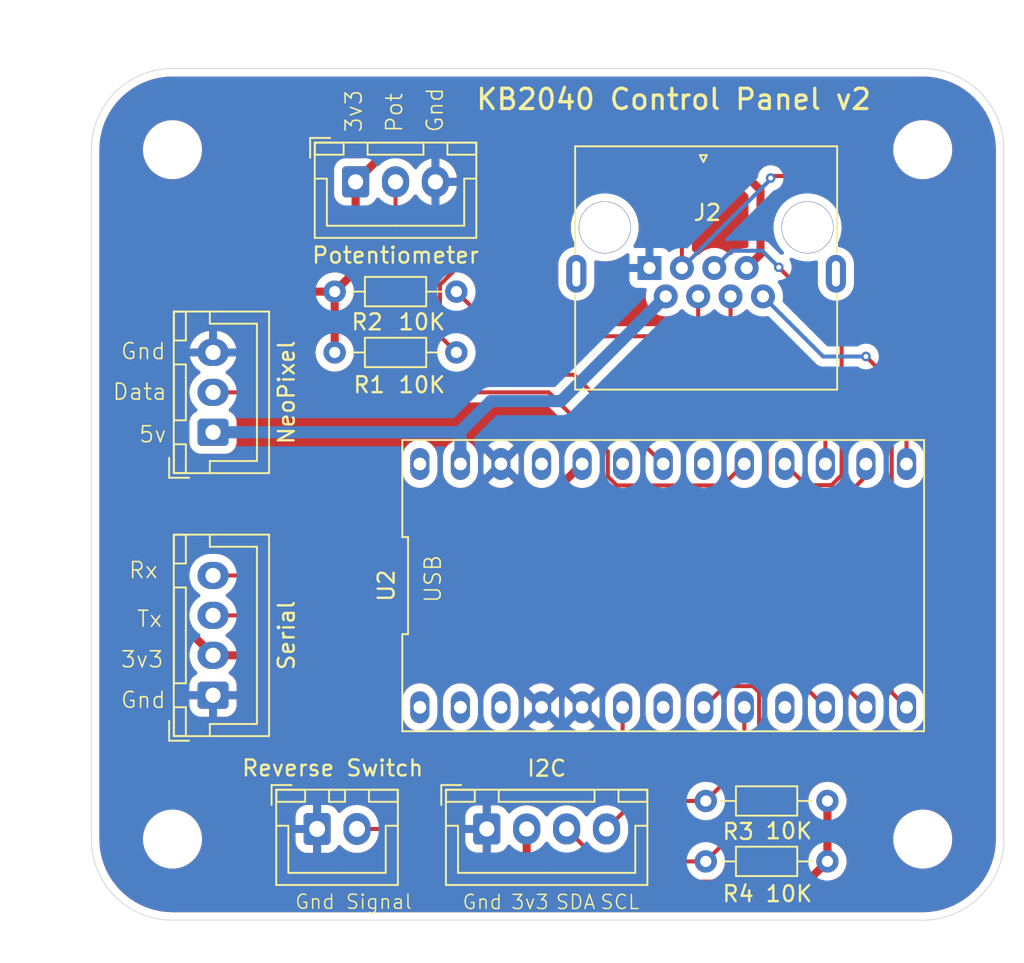
<source format=kicad_pcb>
(kicad_pcb (version 20240108) (generator "pcbnew") (generator_version "8.0")
  (layers (0 "F.Cu" signal) (31 "B.Cu" signal) (34 "B.Paste" user) (35 "F.Paste" user) (36 "B.SilkS" user "B.Silkscreen") (37 "F.SilkS" user "F.Silkscreen") (38 "B.Mask" user) (39 "F.Mask" user) (44 "Edge.Cuts" user))
  (net 0 "")
  (net 1 "Distance_Pot")
  (net 2 "GND")
  (net 3 "+3V3")
  (net 4 "+5V")
  (net 5 "JoyX")
  (net 6 "TX")
  (net 7 "RX")
  (net 8 "SCL")
  (net 9 "SDA")
  (net 10 "NeoPixel_Data")
  (net 11 "Sound1")
  (net 12 "ActiveSignal")
  (net 13 "JoyY")
  (net 14 "Sound2")
  (net 21 "REVERSE_SWITCH")
  (footprint "Connector_JST:JST_XH_B3B-XH-A_1x03_P2.50mm_Vertical" (layer "F.Cu") (at 143.51 93.9 90)
    (property "Reference" "J3" (hide yes))
    (property "Value" "NeoPixel" (at 2.5 4.6 90) (layer "F.SilkS"))
    (fp_line (start -1.6 -2.75) (end -2.85 -2.75) (stroke (width 0.12)) (layer "F.SilkS"))
    (fp_line (start -2.85 -2.75) (end -2.85 -1.5) (stroke (width 0.12)) (layer "F.SilkS"))
    (fp_line (start 7.56 -2.46) (end -2.56 -2.46) (stroke (width 0.12)) (layer "F.SilkS"))
    (fp_line (start -2.56 -2.46) (end -2.56 3.51) (stroke (width 0.12)) (layer "F.SilkS"))
    (fp_line (start 7.55 -2.45) (end 5.75 -2.45) (stroke (width 0.12)) (layer "F.SilkS"))
    (fp_line (start 5.75 -2.45) (end 5.75 -1.7) (stroke (width 0.12)) (layer "F.SilkS"))
    (fp_line (start 4.25 -2.45) (end 0.75 -2.45) (stroke (width 0.12)) (layer "F.SilkS"))
    (fp_line (start 0.75 -2.45) (end 0.75 -1.7) (stroke (width 0.12)) (layer "F.SilkS"))
    (fp_line (start -0.75 -2.45) (end -2.55 -2.45) (stroke (width 0.12)) (layer "F.SilkS"))
    (fp_line (start -2.55 -2.45) (end -2.55 -1.7) (stroke (width 0.12)) (layer "F.SilkS"))
    (fp_line (start 7.55 -1.7) (end 7.55 -2.45) (stroke (width 0.12)) (layer "F.SilkS"))
    (fp_line (start 5.75 -1.7) (end 7.55 -1.7) (stroke (width 0.12)) (layer "F.SilkS"))
    (fp_line (start 4.25 -1.7) (end 4.25 -2.45) (stroke (width 0.12)) (layer "F.SilkS"))
    (fp_line (start 0.75 -1.7) (end 4.25 -1.7) (stroke (width 0.12)) (layer "F.SilkS"))
    (fp_line (start -0.75 -1.7) (end -0.75 -2.45) (stroke (width 0.12)) (layer "F.SilkS"))
    (fp_line (start -2.55 -1.7) (end -0.75 -1.7) (stroke (width 0.12)) (layer "F.SilkS"))
    (fp_line (start 7.55 -0.2) (end 6.8 -0.2) (stroke (width 0.12)) (layer "F.SilkS"))
    (fp_line (start 6.8 -0.2) (end 6.8 2.75) (stroke (width 0.12)) (layer "F.SilkS"))
    (fp_line (start -1.8 -0.2) (end -1.8 2.75) (stroke (width 0.12)) (layer "F.SilkS"))
    (fp_line (start -2.55 -0.2) (end -1.8 -0.2) (stroke (width 0.12)) (layer "F.SilkS"))
    (fp_line (start 6.8 2.75) (end 2.5 2.75) (stroke (width 0.12)) (layer "F.SilkS"))
    (fp_line (start -1.8 2.75) (end 2.5 2.75) (stroke (width 0.12)) (layer "F.SilkS"))
    (fp_line (start 7.56 3.51) (end 7.56 -2.46) (stroke (width 0.12)) (layer "F.SilkS"))
    (fp_line (start -2.56 3.51) (end 7.56 3.51) (stroke (width 0.12)) (layer "F.SilkS"))
    (pad "1" thru_hole roundrect (at 0 0 90) (size 1.7 1.95) (drill 0.95) (layers "*.Cu" "*.Mask") (roundrect_rratio 0.147059) (net 4 "+5V"))
    (pad "2" thru_hole oval (at 2.5 0 90) (size 1.7 1.95) (drill 0.95) (layers "*.Cu" "*.Mask") (net 10 "NeoPixel_Data"))
    (pad "3" thru_hole oval (at 5 0 90) (size 1.7 1.95) (drill 0.95) (layers "*.Cu" "*.Mask") (net 2 "GND"))
  )
  (footprint "MountingHole:MountingHole_3.2mm_M3" (layer "F.Cu") (at 187.96 119.38)
    (property "Reference" "H4" (hide yes))
    (property "Value" "MountingHole")
    (pad "" np_thru_hole circle (at 0 0) (size 3.2 3.2) (drill 3.2) (layers "*.Cu" "*.Mask"))
  )
  (footprint "Resistor_THT:R_Axial_DIN0204_L3.6mm_D1.6mm_P7.62mm_Horizontal" (layer "F.Cu") (at 181.991 116.992 180)
    (property "Reference" "R3" (at 5.588 -1.92 0) (layer "F.SilkS"))
    (property "Value" "10K" (at 2.413 -1.88 0) (layer "F.SilkS"))
    (fp_line (start 6.68 0) (end 5.73 0) (stroke (width 0.12)) (layer "F.SilkS"))
    (fp_line (start 5.73 0.92) (end 5.73 -0.92) (stroke (width 0.12)) (layer "F.SilkS"))
    (fp_line (start 5.73 -0.92) (end 1.89 -0.92) (stroke (width 0.12)) (layer "F.SilkS"))
    (fp_line (start 1.89 0.92) (end 5.73 0.92) (stroke (width 0.12)) (layer "F.SilkS"))
    (fp_line (start 1.89 -0.92) (end 1.89 0.92) (stroke (width 0.12)) (layer "F.SilkS"))
    (fp_line (start 0.94 0) (end 1.89 0) (stroke (width 0.12)) (layer "F.SilkS"))
    (pad "1" thru_hole circle (at 0 0 180) (size 1.4 1.4) (drill 0.7) (layers "*.Cu" "*.Mask") (net 3 "+3V3"))
    (pad "2" thru_hole oval (at 7.62 0 180) (size 1.4 1.4) (drill 0.7) (layers "*.Cu" "*.Mask") (net 8 "SCL"))
  )
  (footprint "Resistor_THT:R_Axial_DIN0204_L3.6mm_D1.6mm_P7.62mm_Horizontal" (layer "F.Cu") (at 181.991 120.777 180)
    (property "Reference" "R4" (at 5.588 -2.032 0) (layer "F.SilkS"))
    (property "Value" "10K" (at 2.413 -2.032 0) (layer "F.SilkS"))
    (fp_line (start 6.68 0) (end 5.73 0) (stroke (width 0.12)) (layer "F.SilkS"))
    (fp_line (start 5.73 0.92) (end 5.73 -0.92) (stroke (width 0.12)) (layer "F.SilkS"))
    (fp_line (start 5.73 -0.92) (end 1.89 -0.92) (stroke (width 0.12)) (layer "F.SilkS"))
    (fp_line (start 1.89 0.92) (end 5.73 0.92) (stroke (width 0.12)) (layer "F.SilkS"))
    (fp_line (start 1.89 -0.92) (end 1.89 0.92) (stroke (width 0.12)) (layer "F.SilkS"))
    (fp_line (start 0.94 0) (end 1.89 0) (stroke (width 0.12)) (layer "F.SilkS"))
    (pad "1" thru_hole circle (at 0 0 180) (size 1.4 1.4) (drill 0.7) (layers "*.Cu" "*.Mask") (net 3 "+3V3"))
    (pad "2" thru_hole oval (at 7.62 0 180) (size 1.4 1.4) (drill 0.7) (layers "*.Cu" "*.Mask") (net 9 "SDA"))
  )
  (footprint "MountingHole:MountingHole_3.2mm_M3" (layer "F.Cu") (at 140.97 76.2)
    (property "Reference" "H1" (hide yes))
    (property "Value" "MountingHole")
    (pad "" np_thru_hole circle (at 0 0) (size 3.2 3.2) (drill 3.2) (layers "*.Cu" "*.Mask"))
  )
  (footprint "Connector_JST:JST_XH_B4B-XH-A_1x04_P2.50mm_Vertical" (layer "F.Cu") (at 143.51 110.37 90)
    (property "Reference" "J4" (hide yes))
    (property "Value" "Serial" (at 3.75 4.6 90) (layer "F.SilkS"))
    (fp_line (start -1.6 -2.75) (end -2.85 -2.75) (stroke (width 0.12)) (layer "F.SilkS"))
    (fp_line (start -2.85 -2.75) (end -2.85 -1.5) (stroke (width 0.12)) (layer "F.SilkS"))
    (fp_line (start 10.06 -2.46) (end -2.56 -2.46) (stroke (width 0.12)) (layer "F.SilkS"))
    (fp_line (start -2.56 -2.46) (end -2.56 3.51) (stroke (width 0.12)) (layer "F.SilkS"))
    (fp_line (start 10.05 -2.45) (end 8.25 -2.45) (stroke (width 0.12)) (layer "F.SilkS"))
    (fp_line (start 8.25 -2.45) (end 8.25 -1.7) (stroke (width 0.12)) (layer "F.SilkS"))
    (fp_line (start 6.75 -2.45) (end 0.75 -2.45) (stroke (width 0.12)) (layer "F.SilkS"))
    (fp_line (start 0.75 -2.45) (end 0.75 -1.7) (stroke (width 0.12)) (layer "F.SilkS"))
    (fp_line (start -0.75 -2.45) (end -2.55 -2.45) (stroke (width 0.12)) (layer "F.SilkS"))
    (fp_line (start -2.55 -2.45) (end -2.55 -1.7) (stroke (width 0.12)) (layer "F.SilkS"))
    (fp_line (start 10.05 -1.7) (end 10.05 -2.45) (stroke (width 0.12)) (layer "F.SilkS"))
    (fp_line (start 8.25 -1.7) (end 10.05 -1.7) (stroke (width 0.12)) (layer "F.SilkS"))
    (fp_line (start 6.75 -1.7) (end 6.75 -2.45) (stroke (width 0.12)) (layer "F.SilkS"))
    (fp_line (start 0.75 -1.7) (end 6.75 -1.7) (stroke (width 0.12)) (layer "F.SilkS"))
    (fp_line (start -0.75 -1.7) (end -0.75 -2.45) (stroke (width 0.12)) (layer "F.SilkS"))
    (fp_line (start -2.55 -1.7) (end -0.75 -1.7) (stroke (width 0.12)) (layer "F.SilkS"))
    (fp_line (start 10.05 -0.2) (end 9.3 -0.2) (stroke (width 0.12)) (layer "F.SilkS"))
    (fp_line (start 9.3 -0.2) (end 9.3 2.75) (stroke (width 0.12)) (layer "F.SilkS"))
    (fp_line (start -1.8 -0.2) (end -1.8 2.75) (stroke (width 0.12)) (layer "F.SilkS"))
    (fp_line (start -2.55 -0.2) (end -1.8 -0.2) (stroke (width 0.12)) (layer "F.SilkS"))
    (fp_line (start 9.3 2.75) (end 3.75 2.75) (stroke (width 0.12)) (layer "F.SilkS"))
    (fp_line (start -1.8 2.75) (end 3.75 2.75) (stroke (width 0.12)) (layer "F.SilkS"))
    (fp_line (start 10.06 3.51) (end 10.06 -2.46) (stroke (width 0.12)) (layer "F.SilkS"))
    (fp_line (start -2.56 3.51) (end 10.06 3.51) (stroke (width 0.12)) (layer "F.SilkS"))
    (pad "1" thru_hole roundrect (at 0 0 90) (size 1.7 1.95) (drill 0.95) (layers "*.Cu" "*.Mask") (roundrect_rratio 0.147059) (net 2 "GND"))
    (pad "2" thru_hole oval (at 2.5 0 90) (size 1.7 1.95) (drill 0.95) (layers "*.Cu" "*.Mask") (net 3 "+3V3"))
    (pad "3" thru_hole oval (at 5 0 90) (size 1.7 1.95) (drill 0.95) (layers "*.Cu" "*.Mask") (net 6 "TX"))
    (pad "4" thru_hole oval (at 7.5 0 90) (size 1.7 1.95) (drill 0.95) (layers "*.Cu" "*.Mask") (net 7 "RX"))
  )
  (footprint "Footprints:Adafruit KB2040" (layer "F.Cu") (at 171.704 103.505)
    (property "Reference" "U2" (at -17.34 0 90) (layer "F.SilkS"))
    (property "Value" "~")
    (fp_line (start -16.34 -9.12) (end -16.34 -3.04) (stroke (width 0.12)) (layer "F.SilkS"))
    (fp_line (start -16.34 -3.04) (end -15.98 -3.04) (stroke (width 0.12)) (layer "F.SilkS"))
    (fp_line (start -16.34 3.039999) (end -16.34 9.119999) (stroke (width 0.12)) (layer "F.SilkS"))
    (fp_line (start -16.34 9.119999) (end 16.34 9.12) (stroke (width 0.12)) (layer "F.SilkS"))
    (fp_line (start -15.98 -3.04) (end -15.98 3.039999) (stroke (width 0.12)) (layer "F.SilkS"))
    (fp_line (start -15.98 3.039999) (end -16.34 3.039999) (stroke (width 0.12)) (layer "F.SilkS"))
    (fp_line (start 16.34 -9.119999) (end -16.34 -9.12) (stroke (width 0.12)) (layer "F.SilkS"))
    (fp_line (start 16.34 9.12) (end 16.34 -9.119999) (stroke (width 0.12)) (layer "F.SilkS"))
    (pad "1" thru_hole oval (at -15.24 7.62) (size 1.2 2) (drill 0.8) (layers "*.Cu" "*.Mask"))
    (pad "2" thru_hole oval (at -12.7 7.62) (size 1.2 2) (drill 0.8) (layers "*.Cu" "*.Mask"))
    (pad "3" thru_hole oval (at -10.16 7.62) (size 1.2 2) (drill 0.8) (layers "*.Cu" "*.Mask"))
    (pad "4" thru_hole oval (at -7.62 7.62) (size 1.2 2) (drill 0.8) (layers "*.Cu" "*.Mask") (net 2 "GND"))
    (pad "5" thru_hole oval (at -5.08 7.62) (size 1.2 2) (drill 0.8) (layers "*.Cu" "*.Mask") (net 2 "GND"))
    (pad "6" thru_hole oval (at -2.54 7.62) (size 1.2 2) (drill 0.8) (layers "*.Cu" "*.Mask") (net 21 "REVERSE_SWITCH"))
    (pad "7" thru_hole oval (at 0 7.62) (size 1.2 2) (drill 0.8) (layers "*.Cu" "*.Mask"))
    (pad "8" thru_hole oval (at 2.54 7.62) (size 1.2 2) (drill 0.8) (layers "*.Cu" "*.Mask") (net 9 "SDA"))
    (pad "9" thru_hole oval (at 5.08 7.62) (size 1.2 2) (drill 0.8) (layers "*.Cu" "*.Mask") (net 8 "SCL"))
    (pad "10" thru_hole oval (at 7.62 7.62) (size 1.2 2) (drill 0.8) (layers "*.Cu" "*.Mask"))
    (pad "11" thru_hole oval (at 10.16 7.62) (size 1.2 2) (drill 0.8) (layers "*.Cu" "*.Mask") (net 6 "TX"))
    (pad "12" thru_hole oval (at 12.7 7.62) (size 1.2 2) (drill 0.8) (layers "*.Cu" "*.Mask") (net 7 "RX"))
    (pad "13" thru_hole oval (at 15.24 7.62) (size 1.2 2) (drill 0.8) (layers "*.Cu" "*.Mask") (net 12 "ActiveSignal"))
    (pad "14" thru_hole oval (at 15.24 -7.62) (size 1.2 2) (drill 0.8) (layers "*.Cu" "*.Mask") (net 11 "Sound1"))
    (pad "15" thru_hole oval (at 12.7 -7.62) (size 1.2 2) (drill 0.8) (layers "*.Cu" "*.Mask") (net 14 "Sound2"))
    (pad "16" thru_hole oval (at 10.16 -7.62) (size 1.2 2) (drill 0.8) (layers "*.Cu" "*.Mask") (net 13 "JoyY"))
    (pad "17" thru_hole oval (at 7.62 -7.62) (size 1.2 2) (drill 0.8) (layers "*.Cu" "*.Mask") (net 5 "JoyX"))
    (pad "18" thru_hole oval (at 5.08 -7.62) (size 1.2 2) (drill 0.8) (layers "*.Cu" "*.Mask") (net 10 "NeoPixel_Data"))
    (pad "19" thru_hole oval (at 2.54 -7.62) (size 1.2 2) (drill 0.8) (layers "*.Cu" "*.Mask"))
    (pad "20" thru_hole oval (at 0 -7.62) (size 1.2 2) (drill 0.8) (layers "*.Cu" "*.Mask") (net 1 "Distance_Pot"))
    (pad "21" thru_hole oval (at -2.54 -7.62) (size 1.2 2) (drill 0.8) (layers "*.Cu" "*.Mask"))
    (pad "22" thru_hole oval (at -5.08 -7.62) (size 1.2 2) (drill 0.8) (layers "*.Cu" "*.Mask") (net 3 "+3V3"))
    (pad "23" thru_hole oval (at -7.62 -7.62) (size 1.2 2) (drill 0.8) (layers "*.Cu" "*.Mask"))
    (pad "24" thru_hole oval (at -10.16 -7.62) (size 1.2 2) (drill 0.8) (layers "*.Cu" "*.Mask") (net 2 "GND"))
    (pad "25" thru_hole oval (at -12.7 -7.62) (size 1.2 2) (drill 0.8) (layers "*.Cu" "*.Mask") (net 4 "+5V"))
    (pad "26" thru_hole oval (at -15.24 -7.62) (size 1.2 2) (drill 0.8) (layers "*.Cu" "*.Mask"))
  )
  (footprint "Footprints:RJ45_x08_Tab_Up" (layer "F.Cu") (at 174.625 80.01 180)
    (property "Reference" "J2" (at 0.1524 -0.13208 0) (layer "F.SilkS"))
    (property "Value" "8P8C")
    (fp_line (start 8.43694 -2.71018) (end 8.43506 4.02082) (stroke (width 0.12)) (layer "F.SilkS"))
    (fp_line (start 8.43506 -11.21918) (end 8.43506 -5.207) (stroke (width 0.12)) (layer "F.SilkS"))
    (fp_line (start 0.62738 3.46964) (end 0.40132 3.03784) (stroke (width 0.12)) (layer "F.SilkS"))
    (fp_line (start 0.40132 3.03784) (end 0.18796 3.46964) (stroke (width 0.12)) (layer "F.SilkS"))
    (fp_line (start 0.18796 3.46964) (end 0.62738 3.46964) (stroke (width 0.12)) (layer "F.SilkS"))
    (fp_line (start -7.97306 -2.71018) (end -7.97494 4.02082) (stroke (width 0.12)) (layer "F.SilkS"))
    (fp_line (start -7.97494 4.02082) (end 8.43506 4.02082) (stroke (width 0.12)) (layer "F.SilkS"))
    (fp_line (start -7.97494 -11.21918) (end 8.43506 -11.21918) (stroke (width 0.12)) (layer "F.SilkS"))
    (fp_line (start -7.97494 -11.21918) (end -7.97494 -5.207) (stroke (width 0.12)) (layer "F.SilkS"))
    (pad "" np_thru_hole circle (at -6.11832 -1.05918) (size 3.25 3.25) (drill 3.2) (layers "*.Cu" "*.Mask"))
    (pad "" np_thru_hole circle (at 6.58168 -1.05918) (size 3.25 3.25) (drill 3.200001) (layers "*.Cu" "*.Mask"))
    (pad "1" thru_hole rect (at 3.78098 -3.59918 180) (size 1.5 1.5) (drill 0.76) (layers "*.Cu" "*.Mask") (net 2 "GND"))
    (pad "2" thru_hole circle (at 2.76098 -5.37918 180) (size 1.5 1.5) (drill 0.76) (layers "*.Cu" "*.Mask") (net 4 "+5V"))
    (pad "3" thru_hole circle (at 1.75098 -3.59918 180) (size 1.5 1.5) (drill 0.76) (layers "*.Cu" "*.Mask") (net 11 "Sound1"))
    (pad "4" thru_hole circle (at 0.73098 -5.37918 180) (size 1.5 1.5) (drill 0.76) (layers "*.Cu" "*.Mask") (net 14 "Sound2"))
    (pad "5" thru_hole circle (at -0.27902 -3.59918 180) (size 1.5 1.5) (drill 0.76) (layers "*.Cu" "*.Mask") (net 5 "JoyX"))
    (pad "6" thru_hole circle (at -1.29902 -5.37918 180) (size 1.5 1.5) (drill 0.76) (layers "*.Cu" "*.Mask") (net 13 "JoyY"))
    (pad "7" thru_hole circle (at -2.30902 -3.59918 180) (size 1.5 1.5) (drill 0.76) (layers "*.Cu" "*.Mask") (net 3 "+3V3"))
    (pad "8" thru_hole circle (at -3.32902 -5.37918 180) (size 1.5 1.5) (drill 0.76) (layers "*.Cu" "*.Mask") (net 12 "ActiveSignal"))
    (pad "9" thru_hole oval (at -7.89832 -3.96113) (size 1.259 2.362) (drill oval 0.5 1.6) (layers "*.Cu" "*.Mask"))
    (pad "10" thru_hole oval (at 8.36168 -3.96113) (size 1.259 2.362) (drill oval 0.5 1.6) (layers "*.Cu" "*.Mask"))
  )
  (footprint "Connector_JST:JST_XH_B2B-XH-A_1x02_P2.50mm_Vertical" (layer "F.Cu") (at 150.027 118.745)
    (property "Reference" "J6" (hide yes))
    (property "Value" "Reverse Switch" (at 0.976 -3.81 0) (layer "F.SilkS"))
    (fp_line (start -2.85 -2.75) (end -2.85 -1.5) (stroke (width 0.12)) (layer "F.SilkS"))
    (fp_line (start -2.56 -2.46) (end -2.56 3.51) (stroke (width 0.12)) (layer "F.SilkS"))
    (fp_line (start -2.56 3.51) (end 5.06 3.51) (stroke (width 0.12)) (layer "F.SilkS"))
    (fp_line (start -2.55 -2.45) (end -2.55 -1.7) (stroke (width 0.12)) (layer "F.SilkS"))
    (fp_line (start -2.55 -1.7) (end -0.75 -1.7) (stroke (width 0.12)) (layer "F.SilkS"))
    (fp_line (start -2.55 -0.2) (end -1.8 -0.2) (stroke (width 0.12)) (layer "F.SilkS"))
    (fp_line (start -1.8 -0.2) (end -1.8 2.75) (stroke (width 0.12)) (layer "F.SilkS"))
    (fp_line (start -1.8 2.75) (end 1.25 2.75) (stroke (width 0.12)) (layer "F.SilkS"))
    (fp_line (start -1.6 -2.75) (end -2.85 -2.75) (stroke (width 0.12)) (layer "F.SilkS"))
    (fp_line (start -0.75 -2.45) (end -2.55 -2.45) (stroke (width 0.12)) (layer "F.SilkS"))
    (fp_line (start -0.75 -1.7) (end -0.75 -2.45) (stroke (width 0.12)) (layer "F.SilkS"))
    (fp_line (start 0.75 -2.45) (end 0.75 -1.7) (stroke (width 0.12)) (layer "F.SilkS"))
    (fp_line (start 0.75 -1.7) (end 1.75 -1.7) (stroke (width 0.12)) (layer "F.SilkS"))
    (fp_line (start 1.75 -2.45) (end 0.75 -2.45) (stroke (width 0.12)) (layer "F.SilkS"))
    (fp_line (start 1.75 -1.7) (end 1.75 -2.45) (stroke (width 0.12)) (layer "F.SilkS"))
    (fp_line (start 3.25 -2.45) (end 3.25 -1.7) (stroke (width 0.12)) (layer "F.SilkS"))
    (fp_line (start 3.25 -1.7) (end 5.05 -1.7) (stroke (width 0.12)) (layer "F.SilkS"))
    (fp_line (start 4.3 -0.2) (end 4.3 2.75) (stroke (width 0.12)) (layer "F.SilkS"))
    (fp_line (start 4.3 2.75) (end 1.25 2.75) (stroke (width 0.12)) (layer "F.SilkS"))
    (fp_line (start 5.05 -2.45) (end 3.25 -2.45) (stroke (width 0.12)) (layer "F.SilkS"))
    (fp_line (start 5.05 -1.7) (end 5.05 -2.45) (stroke (width 0.12)) (layer "F.SilkS"))
    (fp_line (start 5.05 -0.2) (end 4.3 -0.2) (stroke (width 0.12)) (layer "F.SilkS"))
    (fp_line (start 5.06 -2.46) (end -2.56 -2.46) (stroke (width 0.12)) (layer "F.SilkS"))
    (fp_line (start 5.06 3.51) (end 5.06 -2.46) (stroke (width 0.12)) (layer "F.SilkS"))
    (pad "1" thru_hole roundrect (at 0 0) (size 1.7 2) (drill 1) (layers "*.Cu" "*.Mask") (roundrect_rratio 0.147059) (net 2 "GND"))
    (pad "2" thru_hole oval (at 2.5 0) (size 1.7 2) (drill 1) (layers "*.Cu" "*.Mask") (net 21 "REVERSE_SWITCH"))
  )
  (footprint "Resistor_THT:R_Axial_DIN0204_L3.6mm_D1.6mm_P7.62mm_Horizontal" (layer "F.Cu") (at 158.75 85.09 180)
    (property "Reference" "R2" (at 5.588 -1.905 0) (layer "F.SilkS"))
    (property "Value" "10K" (at 2.159 -1.905 0) (layer "F.SilkS"))
    (fp_line (start 6.68 0) (end 5.73 0) (stroke (width 0.12)) (layer "F.SilkS"))
    (fp_line (start 5.73 0.92) (end 5.73 -0.92) (stroke (width 0.12)) (layer "F.SilkS"))
    (fp_line (start 5.73 -0.92) (end 1.89 -0.92) (stroke (width 0.12)) (layer "F.SilkS"))
    (fp_line (start 1.89 0.92) (end 5.73 0.92) (stroke (width 0.12)) (layer "F.SilkS"))
    (fp_line (start 1.89 -0.92) (end 1.89 0.92) (stroke (width 0.12)) (layer "F.SilkS"))
    (fp_line (start 0.94 0) (end 1.89 0) (stroke (width 0.12)) (layer "F.SilkS"))
    (pad "1" thru_hole circle (at 0 0 180) (size 1.4 1.4) (drill 0.7) (layers "*.Cu" "*.Mask") (net 14 "Sound2"))
    (pad "2" thru_hole oval (at 7.62 0 180) (size 1.4 1.4) (drill 0.7) (layers "*.Cu" "*.Mask") (net 3 "+3V3"))
  )
  (footprint "MountingHole:MountingHole_3.2mm_M3" (layer "F.Cu") (at 140.97 119.38 90)
    (property "Reference" "H3" (hide yes))
    (property "Value" "MountingHole")
    (pad "" np_thru_hole circle (at 0 0 90) (size 3.2 3.2) (drill 3.2) (layers "*.Cu" "*.Mask"))
  )
  (footprint "Connector_JST:JST_XH_B3B-XH-A_1x03_P2.50mm_Vertical" (layer "F.Cu") (at 152.44 78.215)
    (property "Reference" "J1" (hide yes))
    (property "Value" "Potentiometer" (at 2.5 4.6 0) (layer "F.SilkS"))
    (fp_line (start -2.85 -2.75) (end -2.85 -1.5) (stroke (width 0.12)) (layer "F.SilkS"))
    (fp_line (start -2.56 -2.46) (end -2.56 3.51) (stroke (width 0.12)) (layer "F.SilkS"))
    (fp_line (start -2.56 3.51) (end 7.56 3.51) (stroke (width 0.12)) (layer "F.SilkS"))
    (fp_line (start -2.55 -2.45) (end -2.55 -1.7) (stroke (width 0.12)) (layer "F.SilkS"))
    (fp_line (start -2.55 -1.7) (end -0.75 -1.7) (stroke (width 0.12)) (layer "F.SilkS"))
    (fp_line (start -2.55 -0.2) (end -1.8 -0.2) (stroke (width 0.12)) (layer "F.SilkS"))
    (fp_line (start -1.8 -0.2) (end -1.8 2.75) (stroke (width 0.12)) (layer "F.SilkS"))
    (fp_line (start -1.8 2.75) (end 2.5 2.75) (stroke (width 0.12)) (layer "F.SilkS"))
    (fp_line (start -1.6 -2.75) (end -2.85 -2.75) (stroke (width 0.12)) (layer "F.SilkS"))
    (fp_line (start -0.75 -2.45) (end -2.55 -2.45) (stroke (width 0.12)) (layer "F.SilkS"))
    (fp_line (start -0.75 -1.7) (end -0.75 -2.45) (stroke (width 0.12)) (layer "F.SilkS"))
    (fp_line (start 0.75 -2.45) (end 0.75 -1.7) (stroke (width 0.12)) (layer "F.SilkS"))
    (fp_line (start 0.75 -1.7) (end 4.25 -1.7) (stroke (width 0.12)) (layer "F.SilkS"))
    (fp_line (start 4.25 -2.45) (end 0.75 -2.45) (stroke (width 0.12)) (layer "F.SilkS"))
    (fp_line (start 4.25 -1.7) (end 4.25 -2.45) (stroke (width 0.12)) (layer "F.SilkS"))
    (fp_line (start 5.75 -2.45) (end 5.75 -1.7) (stroke (width 0.12)) (layer "F.SilkS"))
    (fp_line (start 5.75 -1.7) (end 7.55 -1.7) (stroke (width 0.12)) (layer "F.SilkS"))
    (fp_line (start 6.8 -0.2) (end 6.8 2.75) (stroke (width 0.12)) (layer "F.SilkS"))
    (fp_line (start 6.8 2.75) (end 2.5 2.75) (stroke (width 0.12)) (layer "F.SilkS"))
    (fp_line (start 7.55 -2.45) (end 5.75 -2.45) (stroke (width 0.12)) (layer "F.SilkS"))
    (fp_line (start 7.55 -1.7) (end 7.55 -2.45) (stroke (width 0.12)) (layer "F.SilkS"))
    (fp_line (start 7.55 -0.2) (end 6.8 -0.2) (stroke (width 0.12)) (layer "F.SilkS"))
    (fp_line (start 7.56 -2.46) (end -2.56 -2.46) (stroke (width 0.12)) (layer "F.SilkS"))
    (fp_line (start 7.56 3.51) (end 7.56 -2.46) (stroke (width 0.12)) (layer "F.SilkS"))
    (pad "1" thru_hole roundrect (at 0 0) (size 1.7 1.95) (drill 0.95) (layers "*.Cu" "*.Mask") (roundrect_rratio 0.147059) (net 3 "+3V3"))
    (pad "2" thru_hole oval (at 2.5 0) (size 1.7 1.95) (drill 0.95) (layers "*.Cu" "*.Mask") (net 1 "Distance_Pot"))
    (pad "3" thru_hole oval (at 5 0) (size 1.7 1.95) (drill 0.95) (layers "*.Cu" "*.Mask") (net 2 "GND"))
  )
  (footprint "Resistor_THT:R_Axial_DIN0204_L3.6mm_D1.6mm_P7.62mm_Horizontal" (layer "F.Cu") (at 158.75 88.9 180)
    (property "Reference" "R1" (at 5.461 -2.032 0) (layer "F.SilkS"))
    (property "Value" "10K" (at 2.159 -2.032 0) (layer "F.SilkS"))
    (fp_line (start 6.68 0) (end 5.73 0) (stroke (width 0.12)) (layer "F.SilkS"))
    (fp_line (start 5.73 0.92) (end 5.73 -0.92) (stroke (width 0.12)) (layer "F.SilkS"))
    (fp_line (start 5.73 -0.92) (end 1.89 -0.92) (stroke (width 0.12)) (layer "F.SilkS"))
    (fp_line (start 1.89 0.92) (end 5.73 0.92) (stroke (width 0.12)) (layer "F.SilkS"))
    (fp_line (start 1.89 -0.92) (end 1.89 0.92) (stroke (width 0.12)) (layer "F.SilkS"))
    (fp_line (start 0.94 0) (end 1.89 0) (stroke (width 0.12)) (layer "F.SilkS"))
    (pad "1" thru_hole circle (at 0 0 180) (size 1.4 1.4) (drill 0.7) (layers "*.Cu" "*.Mask") (net 11 "Sound1"))
    (pad "2" thru_hole oval (at 7.62 0 180) (size 1.4 1.4) (drill 0.7) (layers "*.Cu" "*.Mask") (net 3 "+3V3"))
  )
  (footprint "Connector_JST:JST_XH_B4B-XH-A_1x04_P2.50mm_Vertical" (layer "F.Cu") (at 160.655 118.745)
    (property "Reference" "J5" (hide yes))
    (property "Value" "I2C" (at 3.75 -3.793 0) (layer "F.SilkS"))
    (fp_line (start -2.85 -2.75) (end -2.85 -1.5) (stroke (width 0.12)) (layer "F.SilkS"))
    (fp_line (start -2.56 -2.46) (end -2.56 3.51) (stroke (width 0.12)) (layer "F.SilkS"))
    (fp_line (start -2.56 3.51) (end 10.06 3.51) (stroke (width 0.12)) (layer "F.SilkS"))
    (fp_line (start -2.55 -2.45) (end -2.55 -1.7) (stroke (width 0.12)) (layer "F.SilkS"))
    (fp_line (start -2.55 -1.7) (end -0.75 -1.7) (stroke (width 0.12)) (layer "F.SilkS"))
    (fp_line (start -2.55 -0.2) (end -1.8 -0.2) (stroke (width 0.12)) (layer "F.SilkS"))
    (fp_line (start -1.8 -0.2) (end -1.8 2.75) (stroke (width 0.12)) (layer "F.SilkS"))
    (fp_line (start -1.8 2.75) (end 3.75 2.75) (stroke (width 0.12)) (layer "F.SilkS"))
    (fp_line (start -1.6 -2.75) (end -2.85 -2.75) (stroke (width 0.12)) (layer "F.SilkS"))
    (fp_line (start -0.75 -2.45) (end -2.55 -2.45) (stroke (width 0.12)) (layer "F.SilkS"))
    (fp_line (start -0.75 -1.7) (end -0.75 -2.45) (stroke (width 0.12)) (layer "F.SilkS"))
    (fp_line (start 0.75 -2.45) (end 0.75 -1.7) (stroke (width 0.12)) (layer "F.SilkS"))
    (fp_line (start 0.75 -1.7) (end 6.75 -1.7) (stroke (width 0.12)) (layer "F.SilkS"))
    (fp_line (start 6.75 -2.45) (end 0.75 -2.45) (stroke (width 0.12)) (layer "F.SilkS"))
    (fp_line (start 6.75 -1.7) (end 6.75 -2.45) (stroke (width 0.12)) (layer "F.SilkS"))
    (fp_line (start 8.25 -2.45) (end 8.25 -1.7) (stroke (width 0.12)) (layer "F.SilkS"))
    (fp_line (start 8.25 -1.7) (end 10.05 -1.7) (stroke (width 0.12)) (layer "F.SilkS"))
    (fp_line (start 9.3 -0.2) (end 9.3 2.75) (stroke (width 0.12)) (layer "F.SilkS"))
    (fp_line (start 9.3 2.75) (end 3.75 2.75) (stroke (width 0.12)) (layer "F.SilkS"))
    (fp_line (start 10.05 -2.45) (end 8.25 -2.45) (stroke (width 0.12)) (layer "F.SilkS"))
    (fp_line (start 10.05 -1.7) (end 10.05 -2.45) (stroke (width 0.12)) (layer "F.SilkS"))
    (fp_line (start 10.05 -0.2) (end 9.3 -0.2) (stroke (width 0.12)) (layer "F.SilkS"))
    (fp_line (start 10.06 -2.46) (end -2.56 -2.46) (stroke (width 0.12)) (layer "F.SilkS"))
    (fp_line (start 10.06 3.51) (end 10.06 -2.46) (stroke (width 0.12)) (layer "F.SilkS"))
    (pad "1" thru_hole roundrect (at 0 0) (size 1.7 1.95) (drill 0.95) (layers "*.Cu" "*.Mask") (roundrect_rratio 0.147059) (net 2 "GND"))
    (pad "2" thru_hole oval (at 2.5 0) (size 1.7 1.95) (drill 0.95) (layers "*.Cu" "*.Mask") (net 3 "+3V3"))
    (pad "3" thru_hole oval (at 5 0) (size 1.7 1.95) (drill 0.95) (layers "*.Cu" "*.Mask") (net 9 "SDA"))
    (pad "4" thru_hole oval (at 7.5 0) (size 1.7 1.95) (drill 0.95) (layers "*.Cu" "*.Mask") (net 8 "SCL"))
  )
  (footprint "MountingHole:MountingHole_3.2mm_M3" (layer "F.Cu") (at 187.96 76.2)
    (property "Reference" "H2" (hide yes))
    (property "Value" "MountingHole")
    (pad "" np_thru_hole circle (at 0 0) (size 3.2 3.2) (drill 3.2) (layers "*.Cu" "*.Mask"))
  )
  (gr_arc (start 135.89 76.2) (mid 137.377898 72.607898) (end 140.97 71.12) (stroke (width 0.05)) (layer "Edge.Cuts"))
  (gr_line (start 187.96 124.46) (end 140.97 124.46) (stroke (width 0.05)) (layer "Edge.Cuts"))
  (gr_arc (start 193.04 119.38) (mid 191.552102 122.972102) (end 187.96 124.46) (stroke (width 0.05)) (layer "Edge.Cuts"))
  (gr_arc (start 140.97 124.46) (mid 137.377898 122.972102) (end 135.89 119.38) (stroke (width 0.05)) (layer "Edge.Cuts"))
  (gr_arc (start 187.96 71.12) (mid 191.552102 72.607898) (end 193.04 76.2) (stroke (width 0.05)) (layer "Edge.Cuts"))
  (gr_line (start 140.97 71.12) (end 187.96 71.12) (stroke (width 0.05)) (layer "Edge.Cuts"))
  (gr_line (start 135.89 119.38) (end 135.89 76.2) (stroke (width 0.05)) (layer "Edge.Cuts"))
  (gr_line (start 193.04 76.2) (end 193.04 119.38) (stroke (width 0.05)) (layer "Edge.Cuts"))
  (gr_text "3v3" (at 137.668 108.712 0) (layer "F.SilkS") (effects (font (size 1 1) (thickness 0.1)) (justify left bottom)))
  (gr_text "Signal" (at 151.765 123.825 0) (layer "F.SilkS") (effects (font (size 0.889 0.889) (thickness 0.0889)) (justify left bottom)))
  (gr_text "Gnd" (at 137.668 89.408 0) (layer "F.SilkS") (effects (font (size 1 1) (thickness 0.1)) (justify left bottom)))
  (gr_text "Tx" (at 138.684 106.172 0) (layer "F.SilkS") (effects (font (size 1 1) (thickness 0.1)) (justify left bottom)))
  (gr_text "SDA" (at 164.913 123.842 0) (layer "F.SilkS") (effects (font (size 0.889 0.889) (thickness 0.0889)) (justify left bottom)))
  (gr_text "3v3" (at 152.908 75.184 90) (layer "F.SilkS") (effects (font (size 1 1) (thickness 0.1)) (justify left bottom)))
  (gr_text "Rx" (at 138.176 103.124 0) (layer "F.SilkS") (effects (font (size 1 1) (thickness 0.1)) (justify left bottom)))
  (gr_text "KB2040 Control Panel v2" (at 159.893 73.787 0) (layer "F.SilkS") (effects (font (size 1.27 1.27) (thickness 0.2032)) (justify left bottom)))
  (gr_text "Data" (at 137.16 91.948 0) (layer "F.SilkS") (effects (font (size 1 1) (thickness 0.1)) (justify left bottom)))
  (gr_text "3v3" (at 162.119 123.842 0) (layer "F.SilkS") (effects (font (size 0.889 0.889) (thickness 0.0889)) (justify left bottom)))
  (gr_text "Gnd" (at 137.668 111.252 0) (layer "F.SilkS") (effects (font (size 1 1) (thickness 0.1)) (justify left bottom)))
  (gr_text "Pot" (at 155.448 75.184 90) (layer "F.SilkS") (effects (font (size 1 1) (thickness 0.1)) (justify left bottom)))
  (gr_text "5v" (at 138.811 94.615 0) (layer "F.SilkS") (effects (font (size 1 1) (thickness 0.1)) (justify left bottom)))
  (gr_text "Gnd" (at 148.59 123.825 0) (layer "F.SilkS") (effects (font (size 0.889 0.889) (thickness 0.0889)) (justify left bottom)))
  (gr_text "SCL" (at 167.707 123.842 0) (layer "F.SilkS") (effects (font (size 0.889 0.889) (thickness 0.0889)) (justify left bottom)))
  (gr_text "Gnd" (at 157.988 75.184 90) (layer "F.SilkS") (effects (font (size 1 1) (thickness 0.1)) (justify left bottom)))
  (gr_text "Gnd" (at 159.071 123.842 0) (layer "F.SilkS") (effects (font (size 0.889 0.889) (thickness 0.0889)) (justify left bottom)))
  (gr_text "USB" (at 157.861 104.648 90) (layer "F.SilkS") (effects (font (size 1 1) (thickness 0.1)) (justify left bottom)))
  (segment (start 155.321 90.297) (end 154.94 89.916) (width 0.254) (layer "F.Cu") (net 1))
  (segment (start 154.94 89.916) (end 154.94 78.215) (width 0.254) (layer "F.Cu") (net 1))
  (segment (start 171.704 95.885) (end 166.116 90.297) (width 0.254) (layer "F.Cu") (net 1))
  (segment (start 166.116 90.297) (end 155.321 90.297) (width 0.254) (layer "F.Cu") (net 1))
  (segment (start 162.687 122.174) (end 163.155 121.706) (width 0.508) (layer "F.Cu") (net 3))
  (segment (start 181.991 116.992) (end 181.991 120.777) (width 0.508) (layer "F.Cu") (net 3))
  (segment (start 142.24 85.09) (end 140.97 86.36) (width 0.508) (layer "F.Cu") (net 3))
  (segment (start 143.51 107.87) (end 145.081 107.87) (width 0.508) (layer "F.Cu") (net 3))
  (segment (start 152.44 83.78) (end 152.44 78.215) (width 0.508) (layer "F.Cu") (net 3))
  (segment (start 139.827 100.203) (end 139.7 100.076) (width 0.508) (layer "F.Cu") (net 3))
  (segment (start 151.13 85.09) (end 152.44 83.78) (width 0.508) (layer "F.Cu") (net 3))
  (segment (start 139.7 100.076) (end 139.7 104.06) (width 0.508) (layer "F.Cu") (net 3))
  (segment (start 166.624 95.885) (end 162.306 100.203) (width 0.508) (layer "F.Cu") (net 3))
  (segment (start 162.306 100.203) (end 139.827 100.203) (width 0.508) (layer "F.Cu") (net 3))
  (segment (start 139.7 104.06) (end 143.51 107.87) (width 0.508) (layer "F.Cu") (net 3))
  (segment (start 148.209 122.682) (end 162.179 122.682) (width 0.508) (layer "F.Cu") (net 3))
  (segment (start 151.13 88.9) (end 151.13 85.09) (width 0.508) (layer "F.Cu") (net 3))
  (segment (start 146.939 109.728) (end 146.939 121.412) (width 0.508) (layer "F.Cu") (net 3))
  (segment (start 155.725 74.93) (end 173.99 74.93) (width 0.508) (layer "F.Cu") (net 3))
  (segment (start 151.13 85.09) (end 142.24 85.09) (width 0.508) (layer "F.Cu") (net 3))
  (segment (start 173.99 74.93) (end 177.8 78.74) (width 0.508) (layer "F.Cu") (net 3))
  (segment (start 140.97 86.36) (end 140.97 91.44) (width 0.508) (layer "F.Cu") (net 3))
  (segment (start 139.7 92.71) (end 139.7 100.076) (width 0.508) (layer "F.Cu") (net 3))
  (segment (start 146.939 121.412) (end 148.209 122.682) (width 0.508) (layer "F.Cu") (net 3))
  (segment (start 152.44 78.215) (end 155.725 74.93) (width 0.508) (layer "F.Cu") (net 3))
  (segment (start 162.179 122.682) (end 162.687 122.174) (width 0.508) (layer "F.Cu") (net 3))
  (segment (start 163.155 121.706) (end 163.155 118.745) (width 0.508) (layer "F.Cu") (net 3))
  (segment (start 177.8 78.74) (end 177.8 82.7432) (width 0.508) (layer "F.Cu") (net 3))
  (segment (start 145.081 107.87) (end 146.939 109.728) (width 0.508) (layer "F.Cu") (net 3))
  (segment (start 140.97 91.44) (end 139.7 92.71) (width 0.508) (layer "F.Cu") (net 3))
  (segment (start 181.991 120.777) (end 180.594 122.174) (width 0.508) (layer "F.Cu") (net 3))
  (segment (start 177.8 82.7432) (end 176.93402 83.60918) (width 0.508) (layer "F.Cu") (net 3))
  (segment (start 180.594 122.174) (end 162.687 122.174) (width 0.508) (layer "F.Cu") (net 3))
  (segment (start 143.51 93.9) (end 158.957 93.9) (width 0.762) (layer "B.Cu") (net 4))
  (segment (start 158.957 93.9) (end 159.004 93.853) (width 0.762) (layer "B.Cu") (net 4))
  (segment (start 165.3052 91.948) (end 171.86402 85.38918) (width 0.762) (layer "B.Cu") (net 4))
  (segment (start 160.909 91.948) (end 165.3052 91.948) (width 0.762) (layer "B.Cu") (net 4))
  (segment (start 159.004 93.853) (end 160.909 91.948) (width 0.762) (layer "B.Cu") (net 4))
  (segment (start 159.004 95.885) (end 159.004 93.853) (width 0.762) (layer "B.Cu") (net 4))
  (segment (start 182.88 87.503) (end 178.943 83.566) (width 0.254) (layer "F.Cu") (net 5))
  (segment (start 179.324 95.885) (end 180.651 97.212) (width 0.254) (layer "F.Cu") (net 5))
  (segment (start 180.651 97.212) (end 182.247976 97.212) (width 0.254) (layer "F.Cu") (net 5))
  (segment (start 182.88 96.579976) (end 182.88 87.503) (width 0.254) (layer "F.Cu") (net 5))
  (segment (start 182.247976 97.212) (end 182.88 96.579976) (width 0.254) (layer "F.Cu") (net 5))
  (via (at 178.943 83.566) (size 0.6) (drill 0.3) (layers "F.Cu" "B.Cu") (net 5))
  (segment (start 175.98102 82.53218) (end 174.90402 83.60918) (width 0.254) (layer "B.Cu") (net 5))
  (segment (start 178.943 83.566) (end 177.90918 82.53218) (width 0.254) (layer "B.Cu") (net 5))
  (segment (start 177.90918 82.53218) (end 175.98102 82.53218) (width 0.254) (layer "B.Cu") (net 5))
  (segment (start 176.109 105.37) (end 181.864 111.125) (width 0.254) (layer "F.Cu") (net 6))
  (segment (start 143.51 105.37) (end 176.109 105.37) (width 0.254) (layer "F.Cu") (net 6))
  (segment (start 143.51 102.87) (end 176.149 102.87) (width 0.254) (layer "F.Cu") (net 7))
  (segment (start 176.149 102.87) (end 184.404 111.125) (width 0.254) (layer "F.Cu") (net 7))
  (segment (start 174.371 116.992) (end 169.908 116.992) (width 0.254) (layer "F.Cu") (net 8))
  (segment (start 169.908 116.992) (end 168.155 118.745) (width 0.254) (layer "F.Cu") (net 8))
  (segment (start 176.784 111.125) (end 176.784 114.579) (width 0.254) (layer "F.Cu") (net 8))
  (segment (start 176.784 114.579) (end 174.371 116.992) (width 0.254) (layer "F.Cu") (net 8))
  (segment (start 177.711 110.185) (end 177.711 117.437) (width 0.254) (layer "F.Cu") (net 9))
  (segment (start 174.371 120.777) (end 167.687 120.777) (width 0.254) (layer "F.Cu") (net 9))
  (segment (start 174.244 111.125) (end 175.571 109.798) (width 0.254) (layer "F.Cu") (net 9))
  (segment (start 177.324 109.798) (end 177.711 110.185) (width 0.254) (layer "F.Cu") (net 9))
  (segment (start 177.711 117.437) (end 174.371 120.777) (width 0.254) (layer "F.Cu") (net 9))
  (segment (start 175.571 109.798) (end 177.324 109.798) (width 0.254) (layer "F.Cu") (net 9))
  (segment (start 167.687 120.777) (end 165.655 118.745) (width 0.254) (layer "F.Cu") (net 9))
  (segment (start 143.51 91.4) (end 164.535976 91.4) (width 0.254) (layer "F.Cu") (net 10))
  (segment (start 175.441 97.228) (end 176.784 95.885) (width 0.254) (layer "F.Cu") (net 10))
  (segment (start 168.796024 97.228) (end 175.441 97.228) (width 0.254) (layer "F.Cu") (net 10))
  (segment (start 164.535976 91.4) (end 168.237 95.101024) (width 0.254) (layer "F.Cu") (net 10))
  (segment (start 168.237 95.101024) (end 168.237 96.668976) (width 0.254) (layer "F.Cu") (net 10))
  (segment (start 168.237 96.668976) (end 168.796024 97.228) (width 0.254) (layer "F.Cu") (net 10))
  (segment (start 178.562 77.851) (end 178.435 77.978) (width 0.254) (layer "F.Cu") (net 11))
  (segment (start 157.723 87.873) (end 158.75 88.9) (width 0.254) (layer "F.Cu") (net 11))
  (segment (start 163.647602 78.74) (end 157.723 84.664602) (width 0.254) (layer "F.Cu") (net 11))
  (segment (start 171.196 78.74) (end 163.647602 78.74) (width 0.254) (layer "F.Cu") (net 11))
  (segment (start 157.723 84.664602) (end 157.723 87.873) (width 0.254) (layer "F.Cu") (net 11))
  (segment (start 186.944 95.885) (end 186.944 82.423) (width 0.254) (layer "F.Cu") (net 11))
  (segment (start 172.87402 83.60918) (end 172.87402 80.41802) (width 0.254) (layer "F.Cu") (net 11))
  (segment (start 182.372 77.851) (end 178.562 77.851) (width 0.254) (layer "F.Cu") (net 11))
  (segment (start 186.944 82.423) (end 182.372 77.851) (width 0.254) (layer "F.Cu") (net 11))
  (segment (start 172.87402 80.41802) (end 171.196 78.74) (width 0.254) (layer "F.Cu") (net 11))
  (via (at 178.435 77.978) (size 0.6) (drill 0.3) (layers "F.Cu" "B.Cu") (net 11))
  (segment (start 178.435 77.978) (end 178.308 78.105) (width 0.254) (layer "B.Cu") (net 11))
  (segment (start 178.308 78.1752) (end 172.87402 83.60918) (width 0.254) (layer "B.Cu") (net 11))
  (segment (start 178.308 78.105) (end 178.308 78.1752) (width 0.254) (layer "B.Cu") (net 11))
  (segment (start 186.017 110.198) (end 186.017 90.767) (width 0.254) (layer "F.Cu") (net 12))
  (segment (start 186.017 90.767) (end 184.404 89.154) (width 0.254) (layer "F.Cu") (net 12))
  (segment (start 186.944 111.125) (end 186.017 110.198) (width 0.254) (layer "F.Cu") (net 12))
  (via (at 184.404 89.154) (size 0.6) (drill 0.3) (layers "F.Cu" "B.Cu") (net 12))
  (segment (start 181.71884 89.154) (end 177.95402 85.38918) (width 0.254) (layer "B.Cu") (net 12))
  (segment (start 184.404 89.154) (end 181.71884 89.154) (width 0.254) (layer "B.Cu") (net 12))
  (segment (start 181.864 92.837) (end 175.92402 86.89702) (width 0.254) (layer "F.Cu") (net 13))
  (segment (start 181.864 95.885) (end 181.864 92.837) (width 0.254) (layer "F.Cu") (net 13))
  (segment (start 175.92402 86.89702) (end 175.92402 85.38918) (width 0.254) (layer "F.Cu") (net 13))
  (segment (start 178.181 91.40898) (end 173.89402 87.122) (width 0.254) (layer "F.Cu") (net 14))
  (segment (start 178.181 97.917) (end 178.181 91.40898) (width 0.254) (layer "F.Cu") (net 14))
  (segment (start 173.89402 87.122) (end 173.89402 87.21798) (width 0.254) (layer "F.Cu") (net 14))
  (segment (start 173.89402 85.38918) (end 173.89402 87.122) (width 0.254) (layer "F.Cu") (net 14))
  (segment (start 161.544 87.884) (end 158.75 85.09) (width 0.254) (layer "F.Cu") (net 14))
  (segment (start 173.228 87.884) (end 163.068 87.884) (width 0.254) (layer "F.Cu") (net 14))
  (segment (start 178.308 98.044) (end 178.181 97.917) (width 0.254) (layer "F.Cu") (net 14))
  (segment (start 184.404 95.885) (end 184.404 96.647) (width 0.254) (layer "F.Cu") (net 14))
  (segment (start 163.068 87.884) (end 161.544 87.884) (width 0.254) (layer "F.Cu") (net 14))
  (segment (start 184.404 96.647) (end 183.007 98.044) (width 0.254) (layer "F.Cu") (net 14))
  (segment (start 183.007 98.044) (end 178.308 98.044) (width 0.254) (layer "F.Cu") (net 14))
  (segment (start 173.89402 87.21798) (end 173.228 87.884) (width 0.254) (layer "F.Cu") (net 14))
  (segment (start 167.767 114.681) (end 169.164 113.284) (width 0.254) (layer "F.Cu") (net 21))
  (segment (start 169.164 113.284) (end 169.164 111.125) (width 0.254) (layer "F.Cu") (net 21))
  (segment (start 154.686 118.745) (end 158.75 114.681) (width 0.254) (layer "F.Cu") (net 21))
  (segment (start 152.527 118.745) (end 154.686 118.745) (width 0.254) (layer "F.Cu") (net 21))
  (segment (start 158.75 114.681) (end 167.767 114.681) (width 0.254) (layer "F.Cu") (net 21))
  (zone (net 2) (net_name "GND") (layers "F&B.Cu") (connect_pads (clearance 0.5)) (min_thickness 0.25) (fill yes (thermal_gap 0.5) (thermal_bridge_width 0.5))
    (polygon (pts (xy 130.16722 66.825814) (xy 194.30222 67.460814) (xy 194.30222 127.150814) (xy 130.80222 127.150814)))
  )
)
</source>
